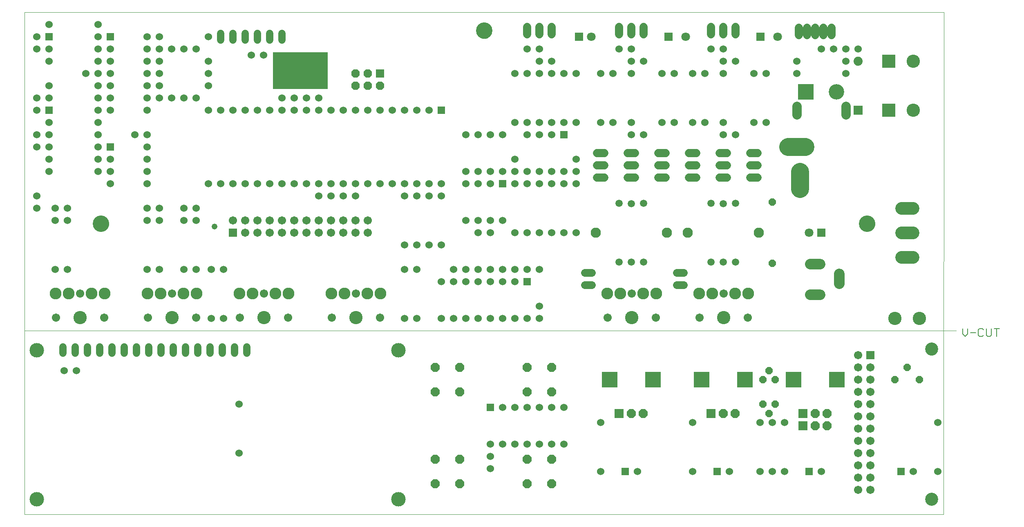
<source format=gts>
G75*
%MOIN*%
%OFA0B0*%
%FSLAX24Y24*%
%IPPOS*%
%LPD*%
%AMOC8*
5,1,8,0,0,1.08239X$1,22.5*
%
%ADD10C,0.0000*%
%ADD11C,0.1340*%
%ADD12C,0.1064*%
%ADD13C,0.0060*%
%ADD14R,0.4500X0.3000*%
%ADD15C,0.0600*%
%ADD16R,0.1080X0.1080*%
%ADD17C,0.1080*%
%ADD18C,0.0740*%
%ADD19R,0.0740X0.0740*%
%ADD20R,0.0600X0.0600*%
%ADD21C,0.1480*%
%ADD22C,0.0050*%
%ADD23C,0.0867*%
%ADD24C,0.0680*%
%ADD25OC8,0.0600*%
%ADD26C,0.0595*%
%ADD27C,0.1182*%
%ADD28C,0.0966*%
%ADD29C,0.0671*%
%ADD30C,0.1025*%
%ADD31R,0.0730X0.0730*%
%ADD32OC8,0.0730*%
%ADD33R,0.1307X0.1307*%
%ADD34OC8,0.0740*%
%ADD35C,0.0710*%
%ADD36R,0.0710X0.0710*%
%ADD37C,0.0592*%
%ADD38C,0.0828*%
%ADD39C,0.0640*%
%ADD40C,0.0780*%
%ADD41R,0.0674X0.0674*%
%ADD42C,0.0674*%
%ADD43C,0.0600*%
%ADD44OC8,0.0674*%
%ADD45C,0.0555*%
%ADD46C,0.1261*%
%ADD47R,0.1261X0.1261*%
%ADD48C,0.0476*%
D10*
X000500Y000250D02*
X000500Y015250D01*
X076500Y015250D01*
X074008Y013750D02*
X074010Y013794D01*
X074016Y013838D01*
X074026Y013881D01*
X074039Y013923D01*
X074057Y013963D01*
X074078Y014002D01*
X074102Y014039D01*
X074129Y014074D01*
X074160Y014106D01*
X074193Y014135D01*
X074229Y014161D01*
X074267Y014183D01*
X074307Y014202D01*
X074348Y014218D01*
X074391Y014230D01*
X074434Y014238D01*
X074478Y014242D01*
X074522Y014242D01*
X074566Y014238D01*
X074609Y014230D01*
X074652Y014218D01*
X074693Y014202D01*
X074733Y014183D01*
X074771Y014161D01*
X074807Y014135D01*
X074840Y014106D01*
X074871Y014074D01*
X074898Y014039D01*
X074922Y014002D01*
X074943Y013963D01*
X074961Y013923D01*
X074974Y013881D01*
X074984Y013838D01*
X074990Y013794D01*
X074992Y013750D01*
X074990Y013706D01*
X074984Y013662D01*
X074974Y013619D01*
X074961Y013577D01*
X074943Y013537D01*
X074922Y013498D01*
X074898Y013461D01*
X074871Y013426D01*
X074840Y013394D01*
X074807Y013365D01*
X074771Y013339D01*
X074733Y013317D01*
X074693Y013298D01*
X074652Y013282D01*
X074609Y013270D01*
X074566Y013262D01*
X074522Y013258D01*
X074478Y013258D01*
X074434Y013262D01*
X074391Y013270D01*
X074348Y013282D01*
X074307Y013298D01*
X074267Y013317D01*
X074229Y013339D01*
X074193Y013365D01*
X074160Y013394D01*
X074129Y013426D01*
X074102Y013461D01*
X074078Y013498D01*
X074057Y013537D01*
X074039Y013577D01*
X074026Y013619D01*
X074016Y013662D01*
X074010Y013706D01*
X074008Y013750D01*
X059213Y016313D02*
X059215Y016347D01*
X059221Y016381D01*
X059231Y016414D01*
X059244Y016445D01*
X059262Y016475D01*
X059282Y016503D01*
X059306Y016528D01*
X059332Y016550D01*
X059360Y016568D01*
X059391Y016584D01*
X059423Y016596D01*
X059457Y016604D01*
X059491Y016608D01*
X059525Y016608D01*
X059559Y016604D01*
X059593Y016596D01*
X059625Y016584D01*
X059655Y016568D01*
X059684Y016550D01*
X059710Y016528D01*
X059734Y016503D01*
X059754Y016475D01*
X059772Y016445D01*
X059785Y016414D01*
X059795Y016381D01*
X059801Y016347D01*
X059803Y016313D01*
X059801Y016279D01*
X059795Y016245D01*
X059785Y016212D01*
X059772Y016181D01*
X059754Y016151D01*
X059734Y016123D01*
X059710Y016098D01*
X059684Y016076D01*
X059656Y016058D01*
X059625Y016042D01*
X059593Y016030D01*
X059559Y016022D01*
X059525Y016018D01*
X059491Y016018D01*
X059457Y016022D01*
X059423Y016030D01*
X059391Y016042D01*
X059360Y016058D01*
X059332Y016076D01*
X059306Y016098D01*
X059282Y016123D01*
X059262Y016151D01*
X059244Y016181D01*
X059231Y016212D01*
X059221Y016245D01*
X059215Y016279D01*
X059213Y016313D01*
X055276Y016313D02*
X055278Y016347D01*
X055284Y016381D01*
X055294Y016414D01*
X055307Y016445D01*
X055325Y016475D01*
X055345Y016503D01*
X055369Y016528D01*
X055395Y016550D01*
X055423Y016568D01*
X055454Y016584D01*
X055486Y016596D01*
X055520Y016604D01*
X055554Y016608D01*
X055588Y016608D01*
X055622Y016604D01*
X055656Y016596D01*
X055688Y016584D01*
X055718Y016568D01*
X055747Y016550D01*
X055773Y016528D01*
X055797Y016503D01*
X055817Y016475D01*
X055835Y016445D01*
X055848Y016414D01*
X055858Y016381D01*
X055864Y016347D01*
X055866Y016313D01*
X055864Y016279D01*
X055858Y016245D01*
X055848Y016212D01*
X055835Y016181D01*
X055817Y016151D01*
X055797Y016123D01*
X055773Y016098D01*
X055747Y016076D01*
X055719Y016058D01*
X055688Y016042D01*
X055656Y016030D01*
X055622Y016022D01*
X055588Y016018D01*
X055554Y016018D01*
X055520Y016022D01*
X055486Y016030D01*
X055454Y016042D01*
X055423Y016058D01*
X055395Y016076D01*
X055369Y016098D01*
X055345Y016123D01*
X055325Y016151D01*
X055307Y016181D01*
X055294Y016212D01*
X055284Y016245D01*
X055278Y016279D01*
X055276Y016313D01*
X051713Y016313D02*
X051715Y016347D01*
X051721Y016381D01*
X051731Y016414D01*
X051744Y016445D01*
X051762Y016475D01*
X051782Y016503D01*
X051806Y016528D01*
X051832Y016550D01*
X051860Y016568D01*
X051891Y016584D01*
X051923Y016596D01*
X051957Y016604D01*
X051991Y016608D01*
X052025Y016608D01*
X052059Y016604D01*
X052093Y016596D01*
X052125Y016584D01*
X052155Y016568D01*
X052184Y016550D01*
X052210Y016528D01*
X052234Y016503D01*
X052254Y016475D01*
X052272Y016445D01*
X052285Y016414D01*
X052295Y016381D01*
X052301Y016347D01*
X052303Y016313D01*
X052301Y016279D01*
X052295Y016245D01*
X052285Y016212D01*
X052272Y016181D01*
X052254Y016151D01*
X052234Y016123D01*
X052210Y016098D01*
X052184Y016076D01*
X052156Y016058D01*
X052125Y016042D01*
X052093Y016030D01*
X052059Y016022D01*
X052025Y016018D01*
X051991Y016018D01*
X051957Y016022D01*
X051923Y016030D01*
X051891Y016042D01*
X051860Y016058D01*
X051832Y016076D01*
X051806Y016098D01*
X051782Y016123D01*
X051762Y016151D01*
X051744Y016181D01*
X051731Y016212D01*
X051721Y016245D01*
X051715Y016279D01*
X051713Y016313D01*
X049744Y018281D02*
X049746Y018315D01*
X049752Y018349D01*
X049762Y018382D01*
X049775Y018413D01*
X049793Y018443D01*
X049813Y018471D01*
X049837Y018496D01*
X049863Y018518D01*
X049891Y018536D01*
X049922Y018552D01*
X049954Y018564D01*
X049988Y018572D01*
X050022Y018576D01*
X050056Y018576D01*
X050090Y018572D01*
X050124Y018564D01*
X050156Y018552D01*
X050186Y018536D01*
X050215Y018518D01*
X050241Y018496D01*
X050265Y018471D01*
X050285Y018443D01*
X050303Y018413D01*
X050316Y018382D01*
X050326Y018349D01*
X050332Y018315D01*
X050334Y018281D01*
X050332Y018247D01*
X050326Y018213D01*
X050316Y018180D01*
X050303Y018149D01*
X050285Y018119D01*
X050265Y018091D01*
X050241Y018066D01*
X050215Y018044D01*
X050187Y018026D01*
X050156Y018010D01*
X050124Y017998D01*
X050090Y017990D01*
X050056Y017986D01*
X050022Y017986D01*
X049988Y017990D01*
X049954Y017998D01*
X049922Y018010D01*
X049891Y018026D01*
X049863Y018044D01*
X049837Y018066D01*
X049813Y018091D01*
X049793Y018119D01*
X049775Y018149D01*
X049762Y018180D01*
X049752Y018213D01*
X049746Y018247D01*
X049744Y018281D01*
X047776Y016313D02*
X047778Y016347D01*
X047784Y016381D01*
X047794Y016414D01*
X047807Y016445D01*
X047825Y016475D01*
X047845Y016503D01*
X047869Y016528D01*
X047895Y016550D01*
X047923Y016568D01*
X047954Y016584D01*
X047986Y016596D01*
X048020Y016604D01*
X048054Y016608D01*
X048088Y016608D01*
X048122Y016604D01*
X048156Y016596D01*
X048188Y016584D01*
X048218Y016568D01*
X048247Y016550D01*
X048273Y016528D01*
X048297Y016503D01*
X048317Y016475D01*
X048335Y016445D01*
X048348Y016414D01*
X048358Y016381D01*
X048364Y016347D01*
X048366Y016313D01*
X048364Y016279D01*
X048358Y016245D01*
X048348Y016212D01*
X048335Y016181D01*
X048317Y016151D01*
X048297Y016123D01*
X048273Y016098D01*
X048247Y016076D01*
X048219Y016058D01*
X048188Y016042D01*
X048156Y016030D01*
X048122Y016022D01*
X048088Y016018D01*
X048054Y016018D01*
X048020Y016022D01*
X047986Y016030D01*
X047954Y016042D01*
X047923Y016058D01*
X047895Y016076D01*
X047869Y016098D01*
X047845Y016123D01*
X047825Y016151D01*
X047807Y016181D01*
X047794Y016212D01*
X047784Y016245D01*
X047778Y016279D01*
X047776Y016313D01*
X057244Y018281D02*
X057246Y018315D01*
X057252Y018349D01*
X057262Y018382D01*
X057275Y018413D01*
X057293Y018443D01*
X057313Y018471D01*
X057337Y018496D01*
X057363Y018518D01*
X057391Y018536D01*
X057422Y018552D01*
X057454Y018564D01*
X057488Y018572D01*
X057522Y018576D01*
X057556Y018576D01*
X057590Y018572D01*
X057624Y018564D01*
X057656Y018552D01*
X057686Y018536D01*
X057715Y018518D01*
X057741Y018496D01*
X057765Y018471D01*
X057785Y018443D01*
X057803Y018413D01*
X057816Y018382D01*
X057826Y018349D01*
X057832Y018315D01*
X057834Y018281D01*
X057832Y018247D01*
X057826Y018213D01*
X057816Y018180D01*
X057803Y018149D01*
X057785Y018119D01*
X057765Y018091D01*
X057741Y018066D01*
X057715Y018044D01*
X057687Y018026D01*
X057656Y018010D01*
X057624Y017998D01*
X057590Y017990D01*
X057556Y017986D01*
X057522Y017986D01*
X057488Y017990D01*
X057454Y017998D01*
X057422Y018010D01*
X057391Y018026D01*
X057363Y018044D01*
X057337Y018066D01*
X057313Y018091D01*
X057293Y018119D01*
X057275Y018149D01*
X057262Y018180D01*
X057252Y018213D01*
X057246Y018247D01*
X057244Y018281D01*
X054231Y023250D02*
X054233Y023288D01*
X054239Y023327D01*
X054249Y023364D01*
X054262Y023400D01*
X054280Y023434D01*
X054300Y023467D01*
X054324Y023497D01*
X054351Y023524D01*
X054381Y023549D01*
X054412Y023571D01*
X054446Y023589D01*
X054482Y023603D01*
X054519Y023614D01*
X054557Y023621D01*
X054595Y023624D01*
X054634Y023623D01*
X054672Y023618D01*
X054710Y023609D01*
X054746Y023596D01*
X054781Y023580D01*
X054814Y023560D01*
X054845Y023537D01*
X054873Y023511D01*
X054898Y023482D01*
X054921Y023451D01*
X054940Y023417D01*
X054955Y023382D01*
X054967Y023345D01*
X054975Y023308D01*
X054979Y023269D01*
X054979Y023231D01*
X054975Y023192D01*
X054967Y023155D01*
X054955Y023118D01*
X054940Y023083D01*
X054921Y023049D01*
X054898Y023018D01*
X054873Y022989D01*
X054845Y022963D01*
X054814Y022940D01*
X054781Y022920D01*
X054746Y022904D01*
X054710Y022891D01*
X054672Y022882D01*
X054634Y022877D01*
X054595Y022876D01*
X054557Y022879D01*
X054519Y022886D01*
X054482Y022897D01*
X054446Y022911D01*
X054412Y022929D01*
X054381Y022951D01*
X054351Y022976D01*
X054324Y023003D01*
X054300Y023033D01*
X054280Y023066D01*
X054262Y023100D01*
X054249Y023136D01*
X054239Y023173D01*
X054233Y023212D01*
X054231Y023250D01*
X052521Y023250D02*
X052523Y023288D01*
X052529Y023327D01*
X052539Y023364D01*
X052552Y023400D01*
X052570Y023434D01*
X052590Y023467D01*
X052614Y023497D01*
X052641Y023524D01*
X052671Y023549D01*
X052702Y023571D01*
X052736Y023589D01*
X052772Y023603D01*
X052809Y023614D01*
X052847Y023621D01*
X052885Y023624D01*
X052924Y023623D01*
X052962Y023618D01*
X053000Y023609D01*
X053036Y023596D01*
X053071Y023580D01*
X053104Y023560D01*
X053135Y023537D01*
X053163Y023511D01*
X053188Y023482D01*
X053211Y023451D01*
X053230Y023417D01*
X053245Y023382D01*
X053257Y023345D01*
X053265Y023308D01*
X053269Y023269D01*
X053269Y023231D01*
X053265Y023192D01*
X053257Y023155D01*
X053245Y023118D01*
X053230Y023083D01*
X053211Y023049D01*
X053188Y023018D01*
X053163Y022989D01*
X053135Y022963D01*
X053104Y022940D01*
X053071Y022920D01*
X053036Y022904D01*
X053000Y022891D01*
X052962Y022882D01*
X052924Y022877D01*
X052885Y022876D01*
X052847Y022879D01*
X052809Y022886D01*
X052772Y022897D01*
X052736Y022911D01*
X052702Y022929D01*
X052671Y022951D01*
X052641Y022976D01*
X052614Y023003D01*
X052590Y023033D01*
X052570Y023066D01*
X052552Y023100D01*
X052539Y023136D01*
X052529Y023173D01*
X052523Y023212D01*
X052521Y023250D01*
X046731Y023250D02*
X046733Y023288D01*
X046739Y023327D01*
X046749Y023364D01*
X046762Y023400D01*
X046780Y023434D01*
X046800Y023467D01*
X046824Y023497D01*
X046851Y023524D01*
X046881Y023549D01*
X046912Y023571D01*
X046946Y023589D01*
X046982Y023603D01*
X047019Y023614D01*
X047057Y023621D01*
X047095Y023624D01*
X047134Y023623D01*
X047172Y023618D01*
X047210Y023609D01*
X047246Y023596D01*
X047281Y023580D01*
X047314Y023560D01*
X047345Y023537D01*
X047373Y023511D01*
X047398Y023482D01*
X047421Y023451D01*
X047440Y023417D01*
X047455Y023382D01*
X047467Y023345D01*
X047475Y023308D01*
X047479Y023269D01*
X047479Y023231D01*
X047475Y023192D01*
X047467Y023155D01*
X047455Y023118D01*
X047440Y023083D01*
X047421Y023049D01*
X047398Y023018D01*
X047373Y022989D01*
X047345Y022963D01*
X047314Y022940D01*
X047281Y022920D01*
X047246Y022904D01*
X047210Y022891D01*
X047172Y022882D01*
X047134Y022877D01*
X047095Y022876D01*
X047057Y022879D01*
X047019Y022886D01*
X046982Y022897D01*
X046946Y022911D01*
X046912Y022929D01*
X046881Y022951D01*
X046851Y022976D01*
X046824Y023003D01*
X046800Y023033D01*
X046780Y023066D01*
X046762Y023100D01*
X046749Y023136D01*
X046739Y023173D01*
X046733Y023212D01*
X046731Y023250D01*
X060021Y023250D02*
X060023Y023288D01*
X060029Y023327D01*
X060039Y023364D01*
X060052Y023400D01*
X060070Y023434D01*
X060090Y023467D01*
X060114Y023497D01*
X060141Y023524D01*
X060171Y023549D01*
X060202Y023571D01*
X060236Y023589D01*
X060272Y023603D01*
X060309Y023614D01*
X060347Y023621D01*
X060385Y023624D01*
X060424Y023623D01*
X060462Y023618D01*
X060500Y023609D01*
X060536Y023596D01*
X060571Y023580D01*
X060604Y023560D01*
X060635Y023537D01*
X060663Y023511D01*
X060688Y023482D01*
X060711Y023451D01*
X060730Y023417D01*
X060745Y023382D01*
X060757Y023345D01*
X060765Y023308D01*
X060769Y023269D01*
X060769Y023231D01*
X060765Y023192D01*
X060757Y023155D01*
X060745Y023118D01*
X060730Y023083D01*
X060711Y023049D01*
X060688Y023018D01*
X060663Y022989D01*
X060635Y022963D01*
X060604Y022940D01*
X060571Y022920D01*
X060536Y022904D01*
X060500Y022891D01*
X060462Y022882D01*
X060424Y022877D01*
X060385Y022876D01*
X060347Y022879D01*
X060309Y022886D01*
X060272Y022897D01*
X060236Y022911D01*
X060202Y022929D01*
X060171Y022951D01*
X060141Y022976D01*
X060114Y023003D01*
X060090Y023033D01*
X060070Y023066D01*
X060052Y023100D01*
X060039Y023136D01*
X060029Y023173D01*
X060023Y023212D01*
X060021Y023250D01*
X068620Y024000D02*
X068622Y024050D01*
X068628Y024100D01*
X068638Y024149D01*
X068652Y024197D01*
X068669Y024244D01*
X068690Y024289D01*
X068715Y024333D01*
X068743Y024374D01*
X068775Y024413D01*
X068809Y024450D01*
X068846Y024484D01*
X068886Y024514D01*
X068928Y024541D01*
X068972Y024565D01*
X069018Y024586D01*
X069065Y024602D01*
X069113Y024615D01*
X069163Y024624D01*
X069212Y024629D01*
X069263Y024630D01*
X069313Y024627D01*
X069362Y024620D01*
X069411Y024609D01*
X069459Y024594D01*
X069505Y024576D01*
X069550Y024554D01*
X069593Y024528D01*
X069634Y024499D01*
X069673Y024467D01*
X069709Y024432D01*
X069741Y024394D01*
X069771Y024354D01*
X069798Y024311D01*
X069821Y024267D01*
X069840Y024221D01*
X069856Y024173D01*
X069868Y024124D01*
X069876Y024075D01*
X069880Y024025D01*
X069880Y023975D01*
X069876Y023925D01*
X069868Y023876D01*
X069856Y023827D01*
X069840Y023779D01*
X069821Y023733D01*
X069798Y023689D01*
X069771Y023646D01*
X069741Y023606D01*
X069709Y023568D01*
X069673Y023533D01*
X069634Y023501D01*
X069593Y023472D01*
X069550Y023446D01*
X069505Y023424D01*
X069459Y023406D01*
X069411Y023391D01*
X069362Y023380D01*
X069313Y023373D01*
X069263Y023370D01*
X069212Y023371D01*
X069163Y023376D01*
X069113Y023385D01*
X069065Y023398D01*
X069018Y023414D01*
X068972Y023435D01*
X068928Y023459D01*
X068886Y023486D01*
X068846Y023516D01*
X068809Y023550D01*
X068775Y023587D01*
X068743Y023626D01*
X068715Y023667D01*
X068690Y023711D01*
X068669Y023756D01*
X068652Y023803D01*
X068638Y023851D01*
X068628Y023900D01*
X068622Y023950D01*
X068620Y024000D01*
X037370Y039750D02*
X037372Y039800D01*
X037378Y039850D01*
X037388Y039899D01*
X037402Y039947D01*
X037419Y039994D01*
X037440Y040039D01*
X037465Y040083D01*
X037493Y040124D01*
X037525Y040163D01*
X037559Y040200D01*
X037596Y040234D01*
X037636Y040264D01*
X037678Y040291D01*
X037722Y040315D01*
X037768Y040336D01*
X037815Y040352D01*
X037863Y040365D01*
X037913Y040374D01*
X037962Y040379D01*
X038013Y040380D01*
X038063Y040377D01*
X038112Y040370D01*
X038161Y040359D01*
X038209Y040344D01*
X038255Y040326D01*
X038300Y040304D01*
X038343Y040278D01*
X038384Y040249D01*
X038423Y040217D01*
X038459Y040182D01*
X038491Y040144D01*
X038521Y040104D01*
X038548Y040061D01*
X038571Y040017D01*
X038590Y039971D01*
X038606Y039923D01*
X038618Y039874D01*
X038626Y039825D01*
X038630Y039775D01*
X038630Y039725D01*
X038626Y039675D01*
X038618Y039626D01*
X038606Y039577D01*
X038590Y039529D01*
X038571Y039483D01*
X038548Y039439D01*
X038521Y039396D01*
X038491Y039356D01*
X038459Y039318D01*
X038423Y039283D01*
X038384Y039251D01*
X038343Y039222D01*
X038300Y039196D01*
X038255Y039174D01*
X038209Y039156D01*
X038161Y039141D01*
X038112Y039130D01*
X038063Y039123D01*
X038013Y039120D01*
X037962Y039121D01*
X037913Y039126D01*
X037863Y039135D01*
X037815Y039148D01*
X037768Y039164D01*
X037722Y039185D01*
X037678Y039209D01*
X037636Y039236D01*
X037596Y039266D01*
X037559Y039300D01*
X037525Y039337D01*
X037493Y039376D01*
X037465Y039417D01*
X037440Y039461D01*
X037419Y039506D01*
X037402Y039553D01*
X037388Y039601D01*
X037378Y039650D01*
X037372Y039700D01*
X037370Y039750D01*
X006120Y024000D02*
X006122Y024050D01*
X006128Y024100D01*
X006138Y024149D01*
X006152Y024197D01*
X006169Y024244D01*
X006190Y024289D01*
X006215Y024333D01*
X006243Y024374D01*
X006275Y024413D01*
X006309Y024450D01*
X006346Y024484D01*
X006386Y024514D01*
X006428Y024541D01*
X006472Y024565D01*
X006518Y024586D01*
X006565Y024602D01*
X006613Y024615D01*
X006663Y024624D01*
X006712Y024629D01*
X006763Y024630D01*
X006813Y024627D01*
X006862Y024620D01*
X006911Y024609D01*
X006959Y024594D01*
X007005Y024576D01*
X007050Y024554D01*
X007093Y024528D01*
X007134Y024499D01*
X007173Y024467D01*
X007209Y024432D01*
X007241Y024394D01*
X007271Y024354D01*
X007298Y024311D01*
X007321Y024267D01*
X007340Y024221D01*
X007356Y024173D01*
X007368Y024124D01*
X007376Y024075D01*
X007380Y024025D01*
X007380Y023975D01*
X007376Y023925D01*
X007368Y023876D01*
X007356Y023827D01*
X007340Y023779D01*
X007321Y023733D01*
X007298Y023689D01*
X007271Y023646D01*
X007241Y023606D01*
X007209Y023568D01*
X007173Y023533D01*
X007134Y023501D01*
X007093Y023472D01*
X007050Y023446D01*
X007005Y023424D01*
X006959Y023406D01*
X006911Y023391D01*
X006862Y023380D01*
X006813Y023373D01*
X006763Y023370D01*
X006712Y023371D01*
X006663Y023376D01*
X006613Y023385D01*
X006565Y023398D01*
X006518Y023414D01*
X006472Y023435D01*
X006428Y023459D01*
X006386Y023486D01*
X006346Y023516D01*
X006309Y023550D01*
X006275Y023587D01*
X006243Y023626D01*
X006215Y023667D01*
X006190Y023711D01*
X006169Y023756D01*
X006152Y023803D01*
X006138Y023851D01*
X006128Y023900D01*
X006122Y023950D01*
X006120Y024000D01*
X004744Y018281D02*
X004746Y018315D01*
X004752Y018349D01*
X004762Y018382D01*
X004775Y018413D01*
X004793Y018443D01*
X004813Y018471D01*
X004837Y018496D01*
X004863Y018518D01*
X004891Y018536D01*
X004922Y018552D01*
X004954Y018564D01*
X004988Y018572D01*
X005022Y018576D01*
X005056Y018576D01*
X005090Y018572D01*
X005124Y018564D01*
X005156Y018552D01*
X005186Y018536D01*
X005215Y018518D01*
X005241Y018496D01*
X005265Y018471D01*
X005285Y018443D01*
X005303Y018413D01*
X005316Y018382D01*
X005326Y018349D01*
X005332Y018315D01*
X005334Y018281D01*
X005332Y018247D01*
X005326Y018213D01*
X005316Y018180D01*
X005303Y018149D01*
X005285Y018119D01*
X005265Y018091D01*
X005241Y018066D01*
X005215Y018044D01*
X005187Y018026D01*
X005156Y018010D01*
X005124Y017998D01*
X005090Y017990D01*
X005056Y017986D01*
X005022Y017986D01*
X004988Y017990D01*
X004954Y017998D01*
X004922Y018010D01*
X004891Y018026D01*
X004863Y018044D01*
X004837Y018066D01*
X004813Y018091D01*
X004793Y018119D01*
X004775Y018149D01*
X004762Y018180D01*
X004752Y018213D01*
X004746Y018247D01*
X004744Y018281D01*
X002776Y016313D02*
X002778Y016347D01*
X002784Y016381D01*
X002794Y016414D01*
X002807Y016445D01*
X002825Y016475D01*
X002845Y016503D01*
X002869Y016528D01*
X002895Y016550D01*
X002923Y016568D01*
X002954Y016584D01*
X002986Y016596D01*
X003020Y016604D01*
X003054Y016608D01*
X003088Y016608D01*
X003122Y016604D01*
X003156Y016596D01*
X003188Y016584D01*
X003218Y016568D01*
X003247Y016550D01*
X003273Y016528D01*
X003297Y016503D01*
X003317Y016475D01*
X003335Y016445D01*
X003348Y016414D01*
X003358Y016381D01*
X003364Y016347D01*
X003366Y016313D01*
X003364Y016279D01*
X003358Y016245D01*
X003348Y016212D01*
X003335Y016181D01*
X003317Y016151D01*
X003297Y016123D01*
X003273Y016098D01*
X003247Y016076D01*
X003219Y016058D01*
X003188Y016042D01*
X003156Y016030D01*
X003122Y016022D01*
X003088Y016018D01*
X003054Y016018D01*
X003020Y016022D01*
X002986Y016030D01*
X002954Y016042D01*
X002923Y016058D01*
X002895Y016076D01*
X002869Y016098D01*
X002845Y016123D01*
X002825Y016151D01*
X002807Y016181D01*
X002794Y016212D01*
X002784Y016245D01*
X002778Y016279D01*
X002776Y016313D01*
X000500Y015250D02*
X000500Y041250D01*
X075500Y041250D01*
X075492Y000250D01*
X000500Y000250D01*
X000949Y001500D02*
X000951Y001547D01*
X000957Y001593D01*
X000967Y001639D01*
X000980Y001684D01*
X000998Y001727D01*
X001019Y001769D01*
X001043Y001809D01*
X001071Y001846D01*
X001102Y001881D01*
X001136Y001914D01*
X001172Y001943D01*
X001211Y001969D01*
X001252Y001992D01*
X001295Y002011D01*
X001339Y002027D01*
X001384Y002039D01*
X001430Y002047D01*
X001477Y002051D01*
X001523Y002051D01*
X001570Y002047D01*
X001616Y002039D01*
X001661Y002027D01*
X001705Y002011D01*
X001748Y001992D01*
X001789Y001969D01*
X001828Y001943D01*
X001864Y001914D01*
X001898Y001881D01*
X001929Y001846D01*
X001957Y001809D01*
X001981Y001769D01*
X002002Y001727D01*
X002020Y001684D01*
X002033Y001639D01*
X002043Y001593D01*
X002049Y001547D01*
X002051Y001500D01*
X002049Y001453D01*
X002043Y001407D01*
X002033Y001361D01*
X002020Y001316D01*
X002002Y001273D01*
X001981Y001231D01*
X001957Y001191D01*
X001929Y001154D01*
X001898Y001119D01*
X001864Y001086D01*
X001828Y001057D01*
X001789Y001031D01*
X001748Y001008D01*
X001705Y000989D01*
X001661Y000973D01*
X001616Y000961D01*
X001570Y000953D01*
X001523Y000949D01*
X001477Y000949D01*
X001430Y000953D01*
X001384Y000961D01*
X001339Y000973D01*
X001295Y000989D01*
X001252Y001008D01*
X001211Y001031D01*
X001172Y001057D01*
X001136Y001086D01*
X001102Y001119D01*
X001071Y001154D01*
X001043Y001191D01*
X001019Y001231D01*
X000998Y001273D01*
X000980Y001316D01*
X000967Y001361D01*
X000957Y001407D01*
X000951Y001453D01*
X000949Y001500D01*
X000949Y013673D02*
X000951Y013720D01*
X000957Y013766D01*
X000967Y013812D01*
X000980Y013857D01*
X000998Y013900D01*
X001019Y013942D01*
X001043Y013982D01*
X001071Y014019D01*
X001102Y014054D01*
X001136Y014087D01*
X001172Y014116D01*
X001211Y014142D01*
X001252Y014165D01*
X001295Y014184D01*
X001339Y014200D01*
X001384Y014212D01*
X001430Y014220D01*
X001477Y014224D01*
X001523Y014224D01*
X001570Y014220D01*
X001616Y014212D01*
X001661Y014200D01*
X001705Y014184D01*
X001748Y014165D01*
X001789Y014142D01*
X001828Y014116D01*
X001864Y014087D01*
X001898Y014054D01*
X001929Y014019D01*
X001957Y013982D01*
X001981Y013942D01*
X002002Y013900D01*
X002020Y013857D01*
X002033Y013812D01*
X002043Y013766D01*
X002049Y013720D01*
X002051Y013673D01*
X002049Y013626D01*
X002043Y013580D01*
X002033Y013534D01*
X002020Y013489D01*
X002002Y013446D01*
X001981Y013404D01*
X001957Y013364D01*
X001929Y013327D01*
X001898Y013292D01*
X001864Y013259D01*
X001828Y013230D01*
X001789Y013204D01*
X001748Y013181D01*
X001705Y013162D01*
X001661Y013146D01*
X001616Y013134D01*
X001570Y013126D01*
X001523Y013122D01*
X001477Y013122D01*
X001430Y013126D01*
X001384Y013134D01*
X001339Y013146D01*
X001295Y013162D01*
X001252Y013181D01*
X001211Y013204D01*
X001172Y013230D01*
X001136Y013259D01*
X001102Y013292D01*
X001071Y013327D01*
X001043Y013364D01*
X001019Y013404D01*
X000998Y013446D01*
X000980Y013489D01*
X000967Y013534D01*
X000957Y013580D01*
X000951Y013626D01*
X000949Y013673D01*
X006713Y016313D02*
X006715Y016347D01*
X006721Y016381D01*
X006731Y016414D01*
X006744Y016445D01*
X006762Y016475D01*
X006782Y016503D01*
X006806Y016528D01*
X006832Y016550D01*
X006860Y016568D01*
X006891Y016584D01*
X006923Y016596D01*
X006957Y016604D01*
X006991Y016608D01*
X007025Y016608D01*
X007059Y016604D01*
X007093Y016596D01*
X007125Y016584D01*
X007155Y016568D01*
X007184Y016550D01*
X007210Y016528D01*
X007234Y016503D01*
X007254Y016475D01*
X007272Y016445D01*
X007285Y016414D01*
X007295Y016381D01*
X007301Y016347D01*
X007303Y016313D01*
X007301Y016279D01*
X007295Y016245D01*
X007285Y016212D01*
X007272Y016181D01*
X007254Y016151D01*
X007234Y016123D01*
X007210Y016098D01*
X007184Y016076D01*
X007156Y016058D01*
X007125Y016042D01*
X007093Y016030D01*
X007059Y016022D01*
X007025Y016018D01*
X006991Y016018D01*
X006957Y016022D01*
X006923Y016030D01*
X006891Y016042D01*
X006860Y016058D01*
X006832Y016076D01*
X006806Y016098D01*
X006782Y016123D01*
X006762Y016151D01*
X006744Y016181D01*
X006731Y016212D01*
X006721Y016245D01*
X006715Y016279D01*
X006713Y016313D01*
X010276Y016313D02*
X010278Y016347D01*
X010284Y016381D01*
X010294Y016414D01*
X010307Y016445D01*
X010325Y016475D01*
X010345Y016503D01*
X010369Y016528D01*
X010395Y016550D01*
X010423Y016568D01*
X010454Y016584D01*
X010486Y016596D01*
X010520Y016604D01*
X010554Y016608D01*
X010588Y016608D01*
X010622Y016604D01*
X010656Y016596D01*
X010688Y016584D01*
X010718Y016568D01*
X010747Y016550D01*
X010773Y016528D01*
X010797Y016503D01*
X010817Y016475D01*
X010835Y016445D01*
X010848Y016414D01*
X010858Y016381D01*
X010864Y016347D01*
X010866Y016313D01*
X010864Y016279D01*
X010858Y016245D01*
X010848Y016212D01*
X010835Y016181D01*
X010817Y016151D01*
X010797Y016123D01*
X010773Y016098D01*
X010747Y016076D01*
X010719Y016058D01*
X010688Y016042D01*
X010656Y016030D01*
X010622Y016022D01*
X010588Y016018D01*
X010554Y016018D01*
X010520Y016022D01*
X010486Y016030D01*
X010454Y016042D01*
X010423Y016058D01*
X010395Y016076D01*
X010369Y016098D01*
X010345Y016123D01*
X010325Y016151D01*
X010307Y016181D01*
X010294Y016212D01*
X010284Y016245D01*
X010278Y016279D01*
X010276Y016313D01*
X012244Y018281D02*
X012246Y018315D01*
X012252Y018349D01*
X012262Y018382D01*
X012275Y018413D01*
X012293Y018443D01*
X012313Y018471D01*
X012337Y018496D01*
X012363Y018518D01*
X012391Y018536D01*
X012422Y018552D01*
X012454Y018564D01*
X012488Y018572D01*
X012522Y018576D01*
X012556Y018576D01*
X012590Y018572D01*
X012624Y018564D01*
X012656Y018552D01*
X012686Y018536D01*
X012715Y018518D01*
X012741Y018496D01*
X012765Y018471D01*
X012785Y018443D01*
X012803Y018413D01*
X012816Y018382D01*
X012826Y018349D01*
X012832Y018315D01*
X012834Y018281D01*
X012832Y018247D01*
X012826Y018213D01*
X012816Y018180D01*
X012803Y018149D01*
X012785Y018119D01*
X012765Y018091D01*
X012741Y018066D01*
X012715Y018044D01*
X012687Y018026D01*
X012656Y018010D01*
X012624Y017998D01*
X012590Y017990D01*
X012556Y017986D01*
X012522Y017986D01*
X012488Y017990D01*
X012454Y017998D01*
X012422Y018010D01*
X012391Y018026D01*
X012363Y018044D01*
X012337Y018066D01*
X012313Y018091D01*
X012293Y018119D01*
X012275Y018149D01*
X012262Y018180D01*
X012252Y018213D01*
X012246Y018247D01*
X012244Y018281D01*
X014213Y016313D02*
X014215Y016347D01*
X014221Y016381D01*
X014231Y016414D01*
X014244Y016445D01*
X014262Y016475D01*
X014282Y016503D01*
X014306Y016528D01*
X014332Y016550D01*
X014360Y016568D01*
X014391Y016584D01*
X014423Y016596D01*
X014457Y016604D01*
X014491Y016608D01*
X014525Y016608D01*
X014559Y016604D01*
X014593Y016596D01*
X014625Y016584D01*
X014655Y016568D01*
X014684Y016550D01*
X014710Y016528D01*
X014734Y016503D01*
X014754Y016475D01*
X014772Y016445D01*
X014785Y016414D01*
X014795Y016381D01*
X014801Y016347D01*
X014803Y016313D01*
X014801Y016279D01*
X014795Y016245D01*
X014785Y016212D01*
X014772Y016181D01*
X014754Y016151D01*
X014734Y016123D01*
X014710Y016098D01*
X014684Y016076D01*
X014656Y016058D01*
X014625Y016042D01*
X014593Y016030D01*
X014559Y016022D01*
X014525Y016018D01*
X014491Y016018D01*
X014457Y016022D01*
X014423Y016030D01*
X014391Y016042D01*
X014360Y016058D01*
X014332Y016076D01*
X014306Y016098D01*
X014282Y016123D01*
X014262Y016151D01*
X014244Y016181D01*
X014231Y016212D01*
X014221Y016245D01*
X014215Y016279D01*
X014213Y016313D01*
X017776Y016313D02*
X017778Y016347D01*
X017784Y016381D01*
X017794Y016414D01*
X017807Y016445D01*
X017825Y016475D01*
X017845Y016503D01*
X017869Y016528D01*
X017895Y016550D01*
X017923Y016568D01*
X017954Y016584D01*
X017986Y016596D01*
X018020Y016604D01*
X018054Y016608D01*
X018088Y016608D01*
X018122Y016604D01*
X018156Y016596D01*
X018188Y016584D01*
X018218Y016568D01*
X018247Y016550D01*
X018273Y016528D01*
X018297Y016503D01*
X018317Y016475D01*
X018335Y016445D01*
X018348Y016414D01*
X018358Y016381D01*
X018364Y016347D01*
X018366Y016313D01*
X018364Y016279D01*
X018358Y016245D01*
X018348Y016212D01*
X018335Y016181D01*
X018317Y016151D01*
X018297Y016123D01*
X018273Y016098D01*
X018247Y016076D01*
X018219Y016058D01*
X018188Y016042D01*
X018156Y016030D01*
X018122Y016022D01*
X018088Y016018D01*
X018054Y016018D01*
X018020Y016022D01*
X017986Y016030D01*
X017954Y016042D01*
X017923Y016058D01*
X017895Y016076D01*
X017869Y016098D01*
X017845Y016123D01*
X017825Y016151D01*
X017807Y016181D01*
X017794Y016212D01*
X017784Y016245D01*
X017778Y016279D01*
X017776Y016313D01*
X019744Y018281D02*
X019746Y018315D01*
X019752Y018349D01*
X019762Y018382D01*
X019775Y018413D01*
X019793Y018443D01*
X019813Y018471D01*
X019837Y018496D01*
X019863Y018518D01*
X019891Y018536D01*
X019922Y018552D01*
X019954Y018564D01*
X019988Y018572D01*
X020022Y018576D01*
X020056Y018576D01*
X020090Y018572D01*
X020124Y018564D01*
X020156Y018552D01*
X020186Y018536D01*
X020215Y018518D01*
X020241Y018496D01*
X020265Y018471D01*
X020285Y018443D01*
X020303Y018413D01*
X020316Y018382D01*
X020326Y018349D01*
X020332Y018315D01*
X020334Y018281D01*
X020332Y018247D01*
X020326Y018213D01*
X020316Y018180D01*
X020303Y018149D01*
X020285Y018119D01*
X020265Y018091D01*
X020241Y018066D01*
X020215Y018044D01*
X020187Y018026D01*
X020156Y018010D01*
X020124Y017998D01*
X020090Y017990D01*
X020056Y017986D01*
X020022Y017986D01*
X019988Y017990D01*
X019954Y017998D01*
X019922Y018010D01*
X019891Y018026D01*
X019863Y018044D01*
X019837Y018066D01*
X019813Y018091D01*
X019793Y018119D01*
X019775Y018149D01*
X019762Y018180D01*
X019752Y018213D01*
X019746Y018247D01*
X019744Y018281D01*
X021713Y016313D02*
X021715Y016347D01*
X021721Y016381D01*
X021731Y016414D01*
X021744Y016445D01*
X021762Y016475D01*
X021782Y016503D01*
X021806Y016528D01*
X021832Y016550D01*
X021860Y016568D01*
X021891Y016584D01*
X021923Y016596D01*
X021957Y016604D01*
X021991Y016608D01*
X022025Y016608D01*
X022059Y016604D01*
X022093Y016596D01*
X022125Y016584D01*
X022155Y016568D01*
X022184Y016550D01*
X022210Y016528D01*
X022234Y016503D01*
X022254Y016475D01*
X022272Y016445D01*
X022285Y016414D01*
X022295Y016381D01*
X022301Y016347D01*
X022303Y016313D01*
X022301Y016279D01*
X022295Y016245D01*
X022285Y016212D01*
X022272Y016181D01*
X022254Y016151D01*
X022234Y016123D01*
X022210Y016098D01*
X022184Y016076D01*
X022156Y016058D01*
X022125Y016042D01*
X022093Y016030D01*
X022059Y016022D01*
X022025Y016018D01*
X021991Y016018D01*
X021957Y016022D01*
X021923Y016030D01*
X021891Y016042D01*
X021860Y016058D01*
X021832Y016076D01*
X021806Y016098D01*
X021782Y016123D01*
X021762Y016151D01*
X021744Y016181D01*
X021731Y016212D01*
X021721Y016245D01*
X021715Y016279D01*
X021713Y016313D01*
X025276Y016313D02*
X025278Y016347D01*
X025284Y016381D01*
X025294Y016414D01*
X025307Y016445D01*
X025325Y016475D01*
X025345Y016503D01*
X025369Y016528D01*
X025395Y016550D01*
X025423Y016568D01*
X025454Y016584D01*
X025486Y016596D01*
X025520Y016604D01*
X025554Y016608D01*
X025588Y016608D01*
X025622Y016604D01*
X025656Y016596D01*
X025688Y016584D01*
X025718Y016568D01*
X025747Y016550D01*
X025773Y016528D01*
X025797Y016503D01*
X025817Y016475D01*
X025835Y016445D01*
X025848Y016414D01*
X025858Y016381D01*
X025864Y016347D01*
X025866Y016313D01*
X025864Y016279D01*
X025858Y016245D01*
X025848Y016212D01*
X025835Y016181D01*
X025817Y016151D01*
X025797Y016123D01*
X025773Y016098D01*
X025747Y016076D01*
X025719Y016058D01*
X025688Y016042D01*
X025656Y016030D01*
X025622Y016022D01*
X025588Y016018D01*
X025554Y016018D01*
X025520Y016022D01*
X025486Y016030D01*
X025454Y016042D01*
X025423Y016058D01*
X025395Y016076D01*
X025369Y016098D01*
X025345Y016123D01*
X025325Y016151D01*
X025307Y016181D01*
X025294Y016212D01*
X025284Y016245D01*
X025278Y016279D01*
X025276Y016313D01*
X027244Y018281D02*
X027246Y018315D01*
X027252Y018349D01*
X027262Y018382D01*
X027275Y018413D01*
X027293Y018443D01*
X027313Y018471D01*
X027337Y018496D01*
X027363Y018518D01*
X027391Y018536D01*
X027422Y018552D01*
X027454Y018564D01*
X027488Y018572D01*
X027522Y018576D01*
X027556Y018576D01*
X027590Y018572D01*
X027624Y018564D01*
X027656Y018552D01*
X027686Y018536D01*
X027715Y018518D01*
X027741Y018496D01*
X027765Y018471D01*
X027785Y018443D01*
X027803Y018413D01*
X027816Y018382D01*
X027826Y018349D01*
X027832Y018315D01*
X027834Y018281D01*
X027832Y018247D01*
X027826Y018213D01*
X027816Y018180D01*
X027803Y018149D01*
X027785Y018119D01*
X027765Y018091D01*
X027741Y018066D01*
X027715Y018044D01*
X027687Y018026D01*
X027656Y018010D01*
X027624Y017998D01*
X027590Y017990D01*
X027556Y017986D01*
X027522Y017986D01*
X027488Y017990D01*
X027454Y017998D01*
X027422Y018010D01*
X027391Y018026D01*
X027363Y018044D01*
X027337Y018066D01*
X027313Y018091D01*
X027293Y018119D01*
X027275Y018149D01*
X027262Y018180D01*
X027252Y018213D01*
X027246Y018247D01*
X027244Y018281D01*
X029213Y016313D02*
X029215Y016347D01*
X029221Y016381D01*
X029231Y016414D01*
X029244Y016445D01*
X029262Y016475D01*
X029282Y016503D01*
X029306Y016528D01*
X029332Y016550D01*
X029360Y016568D01*
X029391Y016584D01*
X029423Y016596D01*
X029457Y016604D01*
X029491Y016608D01*
X029525Y016608D01*
X029559Y016604D01*
X029593Y016596D01*
X029625Y016584D01*
X029655Y016568D01*
X029684Y016550D01*
X029710Y016528D01*
X029734Y016503D01*
X029754Y016475D01*
X029772Y016445D01*
X029785Y016414D01*
X029795Y016381D01*
X029801Y016347D01*
X029803Y016313D01*
X029801Y016279D01*
X029795Y016245D01*
X029785Y016212D01*
X029772Y016181D01*
X029754Y016151D01*
X029734Y016123D01*
X029710Y016098D01*
X029684Y016076D01*
X029656Y016058D01*
X029625Y016042D01*
X029593Y016030D01*
X029559Y016022D01*
X029525Y016018D01*
X029491Y016018D01*
X029457Y016022D01*
X029423Y016030D01*
X029391Y016042D01*
X029360Y016058D01*
X029332Y016076D01*
X029306Y016098D01*
X029282Y016123D01*
X029262Y016151D01*
X029244Y016181D01*
X029231Y016212D01*
X029221Y016245D01*
X029215Y016279D01*
X029213Y016313D01*
X030445Y013673D02*
X030447Y013720D01*
X030453Y013766D01*
X030463Y013812D01*
X030476Y013857D01*
X030494Y013900D01*
X030515Y013942D01*
X030539Y013982D01*
X030567Y014019D01*
X030598Y014054D01*
X030632Y014087D01*
X030668Y014116D01*
X030707Y014142D01*
X030748Y014165D01*
X030791Y014184D01*
X030835Y014200D01*
X030880Y014212D01*
X030926Y014220D01*
X030973Y014224D01*
X031019Y014224D01*
X031066Y014220D01*
X031112Y014212D01*
X031157Y014200D01*
X031201Y014184D01*
X031244Y014165D01*
X031285Y014142D01*
X031324Y014116D01*
X031360Y014087D01*
X031394Y014054D01*
X031425Y014019D01*
X031453Y013982D01*
X031477Y013942D01*
X031498Y013900D01*
X031516Y013857D01*
X031529Y013812D01*
X031539Y013766D01*
X031545Y013720D01*
X031547Y013673D01*
X031545Y013626D01*
X031539Y013580D01*
X031529Y013534D01*
X031516Y013489D01*
X031498Y013446D01*
X031477Y013404D01*
X031453Y013364D01*
X031425Y013327D01*
X031394Y013292D01*
X031360Y013259D01*
X031324Y013230D01*
X031285Y013204D01*
X031244Y013181D01*
X031201Y013162D01*
X031157Y013146D01*
X031112Y013134D01*
X031066Y013126D01*
X031019Y013122D01*
X030973Y013122D01*
X030926Y013126D01*
X030880Y013134D01*
X030835Y013146D01*
X030791Y013162D01*
X030748Y013181D01*
X030707Y013204D01*
X030668Y013230D01*
X030632Y013259D01*
X030598Y013292D01*
X030567Y013327D01*
X030539Y013364D01*
X030515Y013404D01*
X030494Y013446D01*
X030476Y013489D01*
X030463Y013534D01*
X030453Y013580D01*
X030447Y013626D01*
X030445Y013673D01*
X030445Y001500D02*
X030447Y001547D01*
X030453Y001593D01*
X030463Y001639D01*
X030476Y001684D01*
X030494Y001727D01*
X030515Y001769D01*
X030539Y001809D01*
X030567Y001846D01*
X030598Y001881D01*
X030632Y001914D01*
X030668Y001943D01*
X030707Y001969D01*
X030748Y001992D01*
X030791Y002011D01*
X030835Y002027D01*
X030880Y002039D01*
X030926Y002047D01*
X030973Y002051D01*
X031019Y002051D01*
X031066Y002047D01*
X031112Y002039D01*
X031157Y002027D01*
X031201Y002011D01*
X031244Y001992D01*
X031285Y001969D01*
X031324Y001943D01*
X031360Y001914D01*
X031394Y001881D01*
X031425Y001846D01*
X031453Y001809D01*
X031477Y001769D01*
X031498Y001727D01*
X031516Y001684D01*
X031529Y001639D01*
X031539Y001593D01*
X031545Y001547D01*
X031547Y001500D01*
X031545Y001453D01*
X031539Y001407D01*
X031529Y001361D01*
X031516Y001316D01*
X031498Y001273D01*
X031477Y001231D01*
X031453Y001191D01*
X031425Y001154D01*
X031394Y001119D01*
X031360Y001086D01*
X031324Y001057D01*
X031285Y001031D01*
X031244Y001008D01*
X031201Y000989D01*
X031157Y000973D01*
X031112Y000961D01*
X031066Y000953D01*
X031019Y000949D01*
X030973Y000949D01*
X030926Y000953D01*
X030880Y000961D01*
X030835Y000973D01*
X030791Y000989D01*
X030748Y001008D01*
X030707Y001031D01*
X030668Y001057D01*
X030632Y001086D01*
X030598Y001119D01*
X030567Y001154D01*
X030539Y001191D01*
X030515Y001231D01*
X030494Y001273D01*
X030476Y001316D01*
X030463Y001361D01*
X030453Y001407D01*
X030447Y001453D01*
X030445Y001500D01*
X074008Y001500D02*
X074010Y001544D01*
X074016Y001588D01*
X074026Y001631D01*
X074039Y001673D01*
X074057Y001713D01*
X074078Y001752D01*
X074102Y001789D01*
X074129Y001824D01*
X074160Y001856D01*
X074193Y001885D01*
X074229Y001911D01*
X074267Y001933D01*
X074307Y001952D01*
X074348Y001968D01*
X074391Y001980D01*
X074434Y001988D01*
X074478Y001992D01*
X074522Y001992D01*
X074566Y001988D01*
X074609Y001980D01*
X074652Y001968D01*
X074693Y001952D01*
X074733Y001933D01*
X074771Y001911D01*
X074807Y001885D01*
X074840Y001856D01*
X074871Y001824D01*
X074898Y001789D01*
X074922Y001752D01*
X074943Y001713D01*
X074961Y001673D01*
X074974Y001631D01*
X074984Y001588D01*
X074990Y001544D01*
X074992Y001500D01*
X074990Y001456D01*
X074984Y001412D01*
X074974Y001369D01*
X074961Y001327D01*
X074943Y001287D01*
X074922Y001248D01*
X074898Y001211D01*
X074871Y001176D01*
X074840Y001144D01*
X074807Y001115D01*
X074771Y001089D01*
X074733Y001067D01*
X074693Y001048D01*
X074652Y001032D01*
X074609Y001020D01*
X074566Y001012D01*
X074522Y001008D01*
X074478Y001008D01*
X074434Y001012D01*
X074391Y001020D01*
X074348Y001032D01*
X074307Y001048D01*
X074267Y001067D01*
X074229Y001089D01*
X074193Y001115D01*
X074160Y001144D01*
X074129Y001176D01*
X074102Y001211D01*
X074078Y001248D01*
X074057Y001287D01*
X074039Y001327D01*
X074026Y001369D01*
X074016Y001412D01*
X074010Y001456D01*
X074008Y001500D01*
D11*
X069250Y024000D03*
X038000Y039750D03*
X006750Y024000D03*
D12*
X074500Y013750D03*
X074500Y001500D03*
D13*
X077244Y014780D02*
X077457Y014994D01*
X077457Y015421D01*
X077675Y015100D02*
X078102Y015100D01*
X078319Y015314D02*
X078319Y014887D01*
X078426Y014780D01*
X078639Y014780D01*
X078746Y014887D01*
X078964Y014887D02*
X079070Y014780D01*
X079284Y014780D01*
X079391Y014887D01*
X079391Y015421D01*
X079608Y015421D02*
X080035Y015421D01*
X079822Y015421D02*
X079822Y014780D01*
X078964Y014887D02*
X078964Y015421D01*
X078746Y015314D02*
X078639Y015421D01*
X078426Y015421D01*
X078319Y015314D01*
X077244Y014780D02*
X077030Y014994D01*
X077030Y015421D01*
D14*
X023000Y036500D03*
D15*
X022050Y036250D03*
X023950Y036250D03*
X023500Y034250D03*
X022500Y034250D03*
X022500Y033250D03*
X023500Y033250D03*
X024500Y033250D03*
X025500Y033250D03*
X026500Y033250D03*
X027500Y033250D03*
X028500Y033250D03*
X029500Y033250D03*
X030500Y033250D03*
X031500Y033250D03*
X032500Y033250D03*
X033500Y033250D03*
X036500Y031250D03*
X037500Y031250D03*
X038500Y031250D03*
X039500Y031250D03*
X040500Y032250D03*
X041500Y032250D03*
X042500Y032250D03*
X042500Y031250D03*
X041500Y031250D03*
X043500Y031250D03*
X043500Y032250D03*
X044500Y032250D03*
X045500Y032250D03*
X047500Y032250D03*
X048500Y032250D03*
X050000Y032250D03*
X050000Y031250D03*
X051000Y031250D03*
X052500Y032250D03*
X053500Y032250D03*
X055000Y032250D03*
X056000Y032250D03*
X057500Y032250D03*
X057500Y031250D03*
X058500Y031250D03*
X060000Y032250D03*
X061000Y032250D03*
X061000Y036250D03*
X060000Y036250D03*
X058500Y037250D03*
X057500Y037250D03*
X057500Y036250D03*
X056000Y036250D03*
X055000Y036250D03*
X053500Y036250D03*
X052500Y036250D03*
X051000Y037250D03*
X050000Y037250D03*
X050000Y036250D03*
X048500Y036250D03*
X047500Y036250D03*
X045500Y036250D03*
X044500Y036250D03*
X043500Y036250D03*
X043500Y037250D03*
X042500Y037250D03*
X042500Y036250D03*
X041500Y036250D03*
X040500Y036250D03*
X041500Y038250D03*
X042500Y038250D03*
X049000Y038250D03*
X050000Y038250D03*
X056500Y038250D03*
X057500Y038250D03*
X063500Y037250D03*
X063500Y036250D03*
X065500Y038250D03*
X066500Y038250D03*
X067500Y038250D03*
X068500Y038250D03*
X067500Y037250D03*
X067500Y036250D03*
X045500Y029250D03*
X045500Y028250D03*
X044500Y028250D03*
X043500Y028250D03*
X042500Y028250D03*
X041500Y028250D03*
X040500Y028250D03*
X039500Y028250D03*
X038500Y028250D03*
X037500Y028250D03*
X036500Y028250D03*
X036500Y027250D03*
X037500Y027250D03*
X038500Y027250D03*
X040500Y027250D03*
X041500Y027250D03*
X042500Y027250D03*
X043500Y027250D03*
X044500Y027250D03*
X045500Y027250D03*
X040500Y029250D03*
X034500Y027250D03*
X033500Y027250D03*
X032500Y027250D03*
X031500Y027250D03*
X031500Y026250D03*
X032500Y026250D03*
X033500Y026250D03*
X034500Y026250D03*
X036500Y024250D03*
X037500Y024250D03*
X038500Y024250D03*
X038500Y023250D03*
X037500Y023250D03*
X039500Y024250D03*
X040500Y023250D03*
X041500Y023250D03*
X042500Y023250D03*
X043500Y023250D03*
X044500Y023250D03*
X045500Y023250D03*
X042500Y020250D03*
X041500Y020250D03*
X040500Y020250D03*
X039500Y020250D03*
X039500Y019250D03*
X040500Y019250D03*
X038500Y019250D03*
X037500Y019250D03*
X036500Y019250D03*
X035500Y019250D03*
X035500Y020250D03*
X036500Y020250D03*
X037500Y020250D03*
X038500Y020250D03*
X034500Y019250D03*
X032500Y020250D03*
X031500Y020250D03*
X031500Y022250D03*
X032500Y022250D03*
X033500Y022250D03*
X034500Y022250D03*
X027500Y026250D03*
X027500Y027250D03*
X028500Y027250D03*
X029500Y027250D03*
X030500Y027250D03*
X026500Y027250D03*
X025500Y027250D03*
X024500Y027250D03*
X023500Y027250D03*
X022500Y027250D03*
X021500Y027250D03*
X020500Y027250D03*
X019500Y027250D03*
X018500Y027250D03*
X017500Y027250D03*
X016500Y027250D03*
X015500Y027250D03*
X014500Y025250D03*
X014500Y024250D03*
X013500Y024250D03*
X013500Y025250D03*
X011500Y025250D03*
X010500Y025250D03*
X010500Y024250D03*
X011500Y024250D03*
X010500Y027250D03*
X010500Y028250D03*
X010500Y029250D03*
X010500Y030250D03*
X010500Y031250D03*
X009500Y031250D03*
X006500Y031250D03*
X006500Y032250D03*
X006500Y033250D03*
X007500Y033250D03*
X007500Y034250D03*
X006500Y034250D03*
X006500Y035250D03*
X007500Y035250D03*
X007500Y036250D03*
X006500Y036250D03*
X006500Y037250D03*
X007500Y037250D03*
X007500Y038250D03*
X006500Y038250D03*
X006500Y039250D03*
X006500Y040250D03*
X002500Y040250D03*
X001500Y039250D03*
X001500Y038250D03*
X002500Y038250D03*
X002500Y037250D03*
X005500Y036250D03*
X002500Y035250D03*
X002500Y034250D03*
X001500Y034250D03*
X001500Y033250D03*
X002500Y032250D03*
X002500Y031250D03*
X001500Y031250D03*
X001500Y030250D03*
X002500Y030250D03*
X002500Y029250D03*
X002500Y028250D03*
X001500Y026250D03*
X001500Y025250D03*
X003000Y025250D03*
X004000Y025250D03*
X004000Y024250D03*
X003000Y024250D03*
X007500Y027250D03*
X007500Y028250D03*
X006500Y028250D03*
X006500Y029250D03*
X007500Y029250D03*
X006500Y030250D03*
X010500Y033250D03*
X010500Y034250D03*
X011500Y034250D03*
X012500Y034250D03*
X013500Y034250D03*
X014500Y034250D03*
X015500Y033250D03*
X016500Y033250D03*
X017500Y033250D03*
X018500Y033250D03*
X019500Y033250D03*
X020500Y033250D03*
X021500Y033250D03*
X021500Y034250D03*
X024500Y034250D03*
X020000Y037750D03*
X019000Y037750D03*
X015500Y037250D03*
X015500Y036250D03*
X015500Y035250D03*
X011500Y035250D03*
X010500Y035250D03*
X010500Y036250D03*
X011500Y036250D03*
X011500Y037250D03*
X010500Y037250D03*
X010500Y038250D03*
X011500Y038250D03*
X012500Y038250D03*
X013500Y038250D03*
X014500Y038250D03*
X015500Y039250D03*
X011500Y039250D03*
X010500Y039250D03*
X024500Y026250D03*
X025500Y026250D03*
X026500Y026250D03*
X016750Y020250D03*
X015750Y020250D03*
X014500Y020250D03*
X013500Y020250D03*
X011500Y020250D03*
X010500Y020250D03*
X004000Y020250D03*
X003000Y020250D03*
X015750Y016250D03*
X016750Y016250D03*
X004750Y012000D03*
X003750Y012000D03*
X018000Y009250D03*
X018000Y005250D03*
X038500Y005000D03*
X038500Y006000D03*
X039500Y006000D03*
X040500Y006000D03*
X041500Y006000D03*
X042500Y006000D03*
X043500Y006000D03*
X044500Y006000D03*
X047500Y007750D03*
X044500Y009000D03*
X043500Y009000D03*
X042500Y009000D03*
X041500Y009000D03*
X040500Y009000D03*
X039500Y009000D03*
X038500Y004000D03*
X047500Y003750D03*
X050500Y003750D03*
X055000Y003750D03*
X058000Y003750D03*
X060500Y003750D03*
X061500Y003750D03*
X062500Y003750D03*
X065500Y003750D03*
X062500Y007750D03*
X061500Y007750D03*
X060500Y007750D03*
X055000Y007750D03*
X042500Y016250D03*
X041500Y016250D03*
X040500Y016250D03*
X039500Y016250D03*
X038500Y016250D03*
X037500Y016250D03*
X036500Y016250D03*
X035500Y016250D03*
X034500Y016250D03*
X032500Y016250D03*
X031500Y016250D03*
X042500Y017250D03*
X073000Y003750D03*
X075000Y003750D03*
X075000Y007750D03*
D16*
X071000Y033250D03*
X071000Y037250D03*
D17*
X073000Y037250D03*
X073000Y033250D03*
X073500Y016250D03*
X071500Y016250D03*
X057539Y016313D03*
X050039Y016313D03*
X027539Y016313D03*
X020039Y016313D03*
X012539Y016313D03*
X005039Y016313D03*
D18*
X068500Y037250D03*
D19*
X068500Y033250D03*
D20*
X044500Y031250D03*
X039500Y027250D03*
X034500Y033250D03*
X007500Y030250D03*
X002500Y033250D03*
X002500Y039250D03*
X007500Y039250D03*
X041500Y019250D03*
X038500Y009000D03*
X049500Y003750D03*
X057000Y003750D03*
X064500Y003750D03*
X072000Y003750D03*
D21*
X063790Y026825D02*
X063790Y028225D01*
X064200Y030250D02*
X062800Y030250D01*
D22*
X062380Y030520D02*
X064620Y030520D01*
X064620Y029980D01*
X062380Y029980D01*
X062380Y030520D01*
X063520Y028650D02*
X064060Y028650D01*
X064060Y026410D01*
X063520Y026410D01*
X063520Y028650D01*
D23*
X064622Y020683D02*
X065409Y020683D01*
X066984Y019896D02*
X066984Y019108D01*
X065409Y018203D02*
X064622Y018203D01*
D24*
X060300Y027750D02*
X059700Y027750D01*
X059700Y028750D02*
X060300Y028750D01*
X060300Y029750D02*
X059700Y029750D01*
X057800Y029750D02*
X057200Y029750D01*
X057200Y028750D02*
X057800Y028750D01*
X057800Y027750D02*
X057200Y027750D01*
X055300Y027750D02*
X054700Y027750D01*
X054700Y028750D02*
X055300Y028750D01*
X055300Y029750D02*
X054700Y029750D01*
X052800Y029750D02*
X052200Y029750D01*
X052200Y028750D02*
X052800Y028750D01*
X052800Y027750D02*
X052200Y027750D01*
X050300Y027750D02*
X049700Y027750D01*
X047800Y027750D02*
X047200Y027750D01*
X047200Y028750D02*
X047800Y028750D01*
X047800Y029750D02*
X047200Y029750D01*
X049700Y029750D02*
X050300Y029750D01*
X050300Y028750D02*
X049700Y028750D01*
X063665Y039375D02*
X063665Y039975D01*
X064335Y039975D02*
X064335Y039375D01*
X065005Y039375D02*
X065005Y039975D01*
X065670Y039975D02*
X065670Y039375D01*
X066335Y039375D02*
X066335Y039975D01*
X058500Y040050D02*
X058500Y039450D01*
X057500Y039450D02*
X057500Y040050D01*
X056500Y040050D02*
X056500Y039450D01*
X051000Y039450D02*
X051000Y040050D01*
X050000Y040050D02*
X050000Y039450D01*
X049000Y039450D02*
X049000Y040050D01*
X043500Y040050D02*
X043500Y039450D01*
X042500Y039450D02*
X042500Y040050D01*
X041500Y040050D02*
X041500Y039450D01*
D25*
X061500Y025750D03*
X061500Y020750D03*
X072500Y012250D03*
X071500Y011250D03*
X073500Y011250D03*
X061750Y011250D03*
X061250Y012000D03*
X060750Y011250D03*
X060750Y009250D03*
X061750Y009250D03*
X061250Y008500D03*
D26*
X018650Y013416D02*
X018650Y013931D01*
X017650Y013931D02*
X017650Y013416D01*
X016650Y013416D02*
X016650Y013931D01*
X015650Y013931D02*
X015650Y013416D01*
X014650Y013416D02*
X014650Y013931D01*
X013650Y013931D02*
X013650Y013416D01*
X012650Y013416D02*
X012650Y013931D01*
X011650Y013931D02*
X011650Y013416D01*
X010650Y013416D02*
X010650Y013931D01*
X009650Y013931D02*
X009650Y013416D01*
X008650Y013416D02*
X008650Y013931D01*
X007650Y013931D02*
X007650Y013416D01*
X006650Y013416D02*
X006650Y013931D01*
X005650Y013931D02*
X005650Y013416D01*
X004650Y013416D02*
X004650Y013931D01*
X003650Y013931D02*
X003650Y013416D01*
D27*
X001500Y013673D03*
X001500Y001500D03*
X030996Y001500D03*
X030996Y013673D03*
D28*
X029547Y018281D03*
X028484Y018281D03*
X026594Y018281D03*
X025531Y018281D03*
X022047Y018281D03*
X020984Y018281D03*
X019094Y018281D03*
X018031Y018281D03*
X014547Y018281D03*
X013484Y018281D03*
X011594Y018281D03*
X010531Y018281D03*
X007047Y018281D03*
X005984Y018281D03*
X004094Y018281D03*
X003031Y018281D03*
X048031Y018281D03*
X049094Y018281D03*
X050984Y018281D03*
X052047Y018281D03*
X055531Y018281D03*
X056594Y018281D03*
X058484Y018281D03*
X059547Y018281D03*
D29*
X057539Y018281D03*
X055571Y016313D03*
X052008Y016313D03*
X050039Y018281D03*
X048071Y016313D03*
X059508Y016313D03*
X029508Y016313D03*
X027539Y018281D03*
X025571Y016313D03*
X022008Y016313D03*
X020039Y018281D03*
X018071Y016313D03*
X014508Y016313D03*
X012539Y018281D03*
X010571Y016313D03*
X007008Y016313D03*
X005039Y018281D03*
X003071Y016313D03*
D30*
X072028Y021250D02*
X072973Y021250D01*
X072973Y023250D02*
X072028Y023250D01*
X072028Y025250D02*
X072973Y025250D01*
D31*
X064016Y008494D03*
X064016Y007494D03*
X056516Y008494D03*
X049016Y008494D03*
D32*
X050000Y008494D03*
X050984Y008494D03*
X057500Y008494D03*
X058484Y008494D03*
X065000Y008494D03*
X065984Y008494D03*
X065984Y007494D03*
X065000Y007494D03*
D33*
X063228Y011250D03*
X066772Y011250D03*
X059272Y011250D03*
X055728Y011250D03*
X051772Y011250D03*
X048228Y011250D03*
D34*
X043500Y010250D03*
X041500Y010250D03*
X041500Y012250D03*
X043500Y012250D03*
X036000Y012250D03*
X034000Y012250D03*
X034000Y010250D03*
X036000Y010250D03*
X036000Y004750D03*
X034000Y004750D03*
X034000Y002750D03*
X036000Y002750D03*
X041500Y002750D03*
X043500Y002750D03*
X043500Y004750D03*
X041500Y004750D03*
D35*
X064500Y023250D03*
X061950Y039250D03*
X054450Y039250D03*
X046750Y039250D03*
D36*
X045750Y039250D03*
X053050Y039250D03*
X060550Y039250D03*
X065500Y023250D03*
D37*
X058500Y020850D03*
X057500Y020850D03*
X056500Y020850D03*
X051000Y020850D03*
X050000Y020850D03*
X049000Y020850D03*
X049000Y025650D03*
X050000Y025639D03*
X051000Y025650D03*
X056500Y025650D03*
X057500Y025639D03*
X058500Y025650D03*
D38*
X060395Y023250D03*
X054605Y023250D03*
X052895Y023250D03*
X047105Y023250D03*
D39*
X046780Y020000D02*
X046220Y020000D01*
X046220Y019000D02*
X046780Y019000D01*
X053720Y019000D02*
X054280Y019000D01*
X054280Y020000D02*
X053720Y020000D01*
D40*
X063500Y032900D02*
X063500Y033600D01*
X067500Y033600D02*
X067500Y032900D01*
D41*
X069500Y013250D03*
X029500Y036250D03*
X017500Y023250D03*
D42*
X017500Y024250D03*
X018500Y024250D03*
X019500Y024250D03*
X020500Y024250D03*
X021500Y024250D03*
X021500Y023250D03*
X020500Y023250D03*
X019500Y023250D03*
X018500Y023250D03*
X022500Y023250D03*
X023500Y023250D03*
X024500Y023250D03*
X025500Y023250D03*
X026500Y023250D03*
X026500Y024250D03*
X025500Y024250D03*
X024500Y024250D03*
X023500Y024250D03*
X022500Y024250D03*
X027500Y024250D03*
X028500Y024250D03*
X028500Y023250D03*
X027500Y023250D03*
X068500Y013250D03*
X068500Y012250D03*
X069500Y012250D03*
X069500Y011250D03*
X068500Y011250D03*
X068500Y010250D03*
X069500Y010250D03*
X069500Y009250D03*
X068500Y009250D03*
X068500Y008250D03*
X069500Y008250D03*
X069500Y007250D03*
X068500Y007250D03*
X068500Y006250D03*
X069500Y006250D03*
X069500Y005250D03*
X068500Y005250D03*
X068500Y004250D03*
X069500Y004250D03*
X069500Y003250D03*
X068500Y003250D03*
X068500Y002250D03*
X069500Y002250D03*
D43*
X021500Y038990D02*
X021500Y039510D01*
X020500Y039510D02*
X020500Y038990D01*
X019500Y038990D02*
X019500Y039510D01*
X018500Y039510D02*
X018500Y038990D01*
X017500Y038990D02*
X017500Y039510D01*
X016500Y039510D02*
X016500Y038990D01*
D44*
X027500Y036250D03*
X028500Y036250D03*
X028500Y035250D03*
X027500Y035250D03*
X029500Y035250D03*
D45*
X023000Y036250D03*
D46*
X066750Y034750D03*
D47*
X064250Y034750D03*
D48*
X016000Y023750D03*
M02*

</source>
